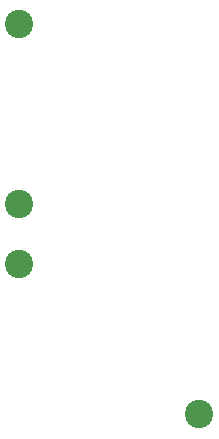
<source format=gbr>
G04 #@! TF.FileFunction,Soldermask,Bot*
%FSLAX46Y46*%
G04 Gerber Fmt 4.6, Leading zero omitted, Abs format (unit mm)*
G04 Created by KiCad (PCBNEW 4.0.0-stable) date Wed 14 Sep 2016 03:31:36 PM EDT*
%MOMM*%
G01*
G04 APERTURE LIST*
%ADD10C,0.100000*%
%ADD11C,2.398980*%
G04 APERTURE END LIST*
D10*
D11*
X118110000Y-107950000D03*
X118110000Y-113030000D03*
X118110000Y-92710000D03*
X133350000Y-125730000D03*
M02*

</source>
